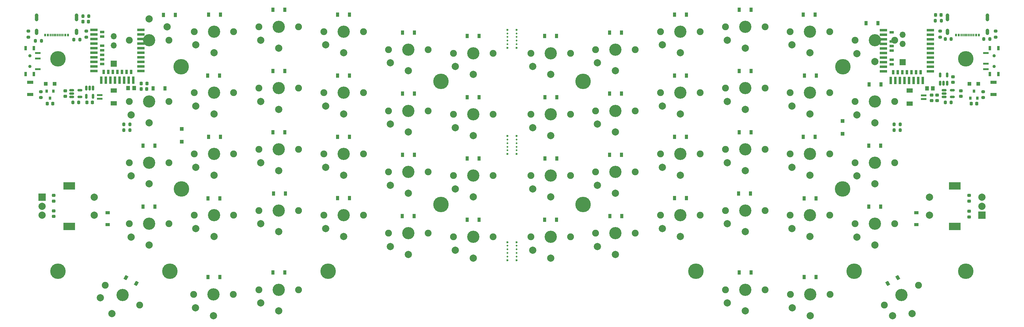
<source format=gbr>
%TF.GenerationSoftware,KiCad,Pcbnew,(5.99.0-8557-g8988e46ab1)*%
%TF.CreationDate,2021-03-06T14:17:40-07:00*%
%TF.ProjectId,SP56,53503536-2e6b-4696-9361-645f70636258,rev?*%
%TF.SameCoordinates,Original*%
%TF.FileFunction,Soldermask,Bot*%
%TF.FilePolarity,Negative*%
%FSLAX46Y46*%
G04 Gerber Fmt 4.6, Leading zero omitted, Abs format (unit mm)*
G04 Created by KiCad (PCBNEW (5.99.0-8557-g8988e46ab1)) date 2021-03-06 14:17:40*
%MOMM*%
%LPD*%
G01*
G04 APERTURE LIST*
G04 Aperture macros list*
%AMRoundRect*
0 Rectangle with rounded corners*
0 $1 Rounding radius*
0 $2 $3 $4 $5 $6 $7 $8 $9 X,Y pos of 4 corners*
0 Add a 4 corners polygon primitive as box body*
4,1,4,$2,$3,$4,$5,$6,$7,$8,$9,$2,$3,0*
0 Add four circle primitives for the rounded corners*
1,1,$1+$1,$2,$3*
1,1,$1+$1,$4,$5*
1,1,$1+$1,$6,$7*
1,1,$1+$1,$8,$9*
0 Add four rect primitives between the rounded corners*
20,1,$1+$1,$2,$3,$4,$5,0*
20,1,$1+$1,$4,$5,$6,$7,0*
20,1,$1+$1,$6,$7,$8,$9,0*
20,1,$1+$1,$8,$9,$2,$3,0*%
%AMRotRect*
0 Rectangle, with rotation*
0 The origin of the aperture is its center*
0 $1 length*
0 $2 width*
0 $3 Rotation angle, in degrees counterclockwise*
0 Add horizontal line*
21,1,$1,$2,0,0,$3*%
G04 Aperture macros list end*
%ADD10C,4.300000*%
%ADD11C,1.900000*%
%ADD12C,3.400000*%
%ADD13C,2.000000*%
%ADD14R,1.700000X1.700000*%
%ADD15O,1.700000X1.700000*%
%ADD16R,1.000000X1.000000*%
%ADD17C,0.500000*%
%ADD18C,0.600000*%
%ADD19R,2.000000X2.000000*%
%ADD20R,3.200000X2.000000*%
%ADD21RoundRect,0.225000X0.225000X0.250000X-0.225000X0.250000X-0.225000X-0.250000X0.225000X-0.250000X0*%
%ADD22R,0.900000X1.200000*%
%ADD23R,1.200000X0.900000*%
%ADD24R,0.800000X0.900000*%
%ADD25RoundRect,0.200000X0.200000X0.275000X-0.200000X0.275000X-0.200000X-0.275000X0.200000X-0.275000X0*%
%ADD26RoundRect,0.150000X-0.512500X-0.150000X0.512500X-0.150000X0.512500X0.150000X-0.512500X0.150000X0*%
%ADD27RoundRect,0.200000X-0.275000X0.200000X-0.275000X-0.200000X0.275000X-0.200000X0.275000X0.200000X0*%
%ADD28RoundRect,0.200000X-0.200000X-0.275000X0.200000X-0.275000X0.200000X0.275000X-0.200000X0.275000X0*%
%ADD29RoundRect,0.225000X-0.250000X0.225000X-0.250000X-0.225000X0.250000X-0.225000X0.250000X0.225000X0*%
%ADD30RotRect,0.900000X1.200000X30.000000*%
%ADD31RoundRect,0.200000X0.275000X-0.200000X0.275000X0.200000X-0.275000X0.200000X-0.275000X-0.200000X0*%
%ADD32RoundRect,0.225000X0.250000X-0.225000X0.250000X0.225000X-0.250000X0.225000X-0.250000X-0.225000X0*%
%ADD33RoundRect,0.225000X-0.225000X-0.250000X0.225000X-0.250000X0.225000X0.250000X-0.225000X0.250000X0*%
%ADD34R,1.050000X1.200000*%
%ADD35R,1.550000X0.600000*%
%ADD36R,1.800000X1.200000*%
%ADD37R,2.000000X0.800000*%
%ADD38R,2.000000X0.700000*%
%ADD39R,0.800000X2.000000*%
%ADD40R,0.800000X1.200000*%
%ADD41R,1.200000X0.800000*%
%ADD42C,0.900000*%
%ADD43R,1.524000X0.600000*%
%ADD44R,0.700000X1.200000*%
%ADD45RoundRect,0.150000X0.150000X-0.512500X0.150000X0.512500X-0.150000X0.512500X-0.150000X-0.512500X0*%
%ADD46R,1.700000X0.900000*%
%ADD47RoundRect,0.150000X-0.150000X0.512500X-0.150000X-0.512500X0.150000X-0.512500X0.150000X0.512500X0*%
%ADD48RotRect,0.900000X1.200000X330.000000*%
%ADD49R,0.540000X0.800000*%
%ADD50R,0.300000X0.800000*%
%ADD51C,1.000000*%
%ADD52R,1.200000X0.700000*%
G04 APERTURE END LIST*
D10*
%TO.C,H14*%
X98400000Y-77600000D03*
%TD*%
D11*
%TO.C,SW126*%
X121038140Y-86950000D03*
X111511860Y-81450000D03*
D12*
X116275000Y-84200000D03*
D13*
X110094873Y-84904294D03*
X113325000Y-89309550D03*
%TD*%
D14*
%TO.C,SWD/C1*%
X332875000Y-19500000D03*
D15*
X332875000Y-14420000D03*
X332875000Y-11880000D03*
%TD*%
D11*
%TO.C,SW113*%
X129175000Y-47400000D03*
D12*
X123675000Y-47400000D03*
D11*
X118175000Y-47400000D03*
D13*
X118675000Y-51100000D03*
X123675000Y-53300000D03*
%TD*%
D12*
%TO.C,SW2*%
X307175000Y-11000000D03*
D11*
X312675000Y-11000000D03*
X301675000Y-11000000D03*
D13*
X302175000Y-14700000D03*
X307175000Y-16900000D03*
%TD*%
D11*
%TO.C,SW21*%
X283675000Y-60700000D03*
X294675000Y-60700000D03*
D12*
X289175000Y-60700000D03*
D13*
X284175000Y-64400000D03*
X289175000Y-66600000D03*
%TD*%
D11*
%TO.C,SW9*%
X283675000Y-26700000D03*
D12*
X289175000Y-26700000D03*
D11*
X294675000Y-26700000D03*
D13*
X284175000Y-30400000D03*
X289175000Y-32600000D03*
%TD*%
D11*
%TO.C,SW1*%
X319675000Y-13400000D03*
D12*
X325175000Y-13400000D03*
D11*
X330675000Y-13400000D03*
D13*
X320175000Y-17100000D03*
X325175000Y-19300000D03*
%TD*%
D16*
%TO.C,J3*%
X316250000Y-35800000D03*
%TD*%
D12*
%TO.C,SW11*%
X253175000Y-33000000D03*
D11*
X258675000Y-33000000D03*
X247675000Y-33000000D03*
D13*
X248175000Y-36700000D03*
X253175000Y-38900000D03*
%TD*%
D12*
%TO.C,SW119*%
X123675000Y-64400000D03*
D11*
X129175000Y-64400000D03*
X118175000Y-64400000D03*
D13*
X118675000Y-68100000D03*
X123675000Y-70300000D03*
%TD*%
D16*
%TO.C,J2*%
X316250000Y-39400000D03*
%TD*%
D11*
%TO.C,SW106*%
X219175000Y-17000000D03*
D12*
X213675000Y-17000000D03*
D11*
X208175000Y-17000000D03*
D13*
X208675000Y-20700000D03*
X213675000Y-22900000D03*
%TD*%
D11*
%TO.C,SW28*%
X294675000Y-82700000D03*
X283675000Y-82700000D03*
D12*
X289175000Y-82700000D03*
D13*
X284175000Y-86400000D03*
X289175000Y-88600000D03*
%TD*%
D12*
%TO.C,SW127*%
X141575000Y-84000000D03*
D11*
X136075000Y-84000000D03*
X147075000Y-84000000D03*
D13*
X136575000Y-87700000D03*
X141575000Y-89900000D03*
%TD*%
D11*
%TO.C,SW26*%
X337338140Y-81450000D03*
X327811860Y-86950000D03*
D12*
X332575000Y-84200000D03*
D13*
X330094873Y-89904294D03*
X335525000Y-89309550D03*
%TD*%
D12*
%TO.C,SW123*%
X195675000Y-67000000D03*
D11*
X201175000Y-67000000D03*
X190175000Y-67000000D03*
D13*
X190675000Y-70700000D03*
X195675000Y-72900000D03*
%TD*%
D12*
%TO.C,SW115*%
X159675000Y-43700000D03*
D11*
X165175000Y-43700000D03*
X154175000Y-43700000D03*
D13*
X154675000Y-47400000D03*
X159675000Y-49600000D03*
%TD*%
D11*
%TO.C,SW18*%
X229675000Y-51000000D03*
X240675000Y-51000000D03*
D12*
X235175000Y-51000000D03*
D13*
X230175000Y-54700000D03*
X235175000Y-56900000D03*
%TD*%
D11*
%TO.C,SW27*%
X301775000Y-84000000D03*
D12*
X307275000Y-84000000D03*
D11*
X312775000Y-84000000D03*
D13*
X302275000Y-87700000D03*
X307275000Y-89900000D03*
%TD*%
D11*
%TO.C,SW19*%
X330675000Y-64400000D03*
X319675000Y-64400000D03*
D12*
X325175000Y-64400000D03*
D13*
X320175000Y-68100000D03*
X325175000Y-70300000D03*
%TD*%
D11*
%TO.C,SW17*%
X258675000Y-50000000D03*
D12*
X253175000Y-50000000D03*
D11*
X247675000Y-50000000D03*
D13*
X248175000Y-53700000D03*
X253175000Y-55900000D03*
%TD*%
D10*
%TO.C,H10*%
X132575000Y-20725000D03*
%TD*%
D17*
%TO.C,REF\u002A\u002A*%
X225675000Y-70500000D03*
X223175000Y-70500000D03*
X225675000Y-72500000D03*
X225675000Y-71500000D03*
X223175000Y-73500000D03*
X225675000Y-73500000D03*
D18*
X223175000Y-74500000D03*
X225675000Y-69500000D03*
D17*
X223175000Y-71500000D03*
X223175000Y-72500000D03*
D18*
X223175000Y-69500000D03*
X225675000Y-74500000D03*
%TD*%
D11*
%TO.C,SW7*%
X330675000Y-30400000D03*
X319675000Y-30400000D03*
D12*
X325175000Y-30400000D03*
D13*
X320175000Y-34100000D03*
X325175000Y-36300000D03*
%TD*%
D11*
%TO.C,SW103*%
X165175000Y-9700000D03*
D12*
X159675000Y-9700000D03*
D11*
X154175000Y-9700000D03*
D13*
X154675000Y-13400000D03*
X159675000Y-15600000D03*
%TD*%
D10*
%TO.C,H8*%
X275450000Y-77600000D03*
%TD*%
%TO.C,H13*%
X132675000Y-54725000D03*
%TD*%
D11*
%TO.C,SW15*%
X283675000Y-43700000D03*
D12*
X289175000Y-43700000D03*
D11*
X294675000Y-43700000D03*
D13*
X284175000Y-47400000D03*
X289175000Y-49600000D03*
%TD*%
D10*
%TO.C,H11*%
X204675000Y-24825000D03*
%TD*%
D12*
%TO.C,SW104*%
X177675000Y-11000000D03*
D11*
X183175000Y-11000000D03*
X172175000Y-11000000D03*
D13*
X172675000Y-14700000D03*
X177675000Y-16900000D03*
%TD*%
D16*
%TO.C,J104*%
X132700000Y-41600000D03*
%TD*%
D11*
%TO.C,SW20*%
X312675000Y-62000000D03*
X301675000Y-62000000D03*
D12*
X307175000Y-62000000D03*
D13*
X302175000Y-65700000D03*
X307175000Y-67900000D03*
%TD*%
D11*
%TO.C,SW22*%
X265675000Y-62000000D03*
D12*
X271175000Y-62000000D03*
D11*
X276675000Y-62000000D03*
D13*
X266175000Y-65700000D03*
X271175000Y-67900000D03*
%TD*%
D11*
%TO.C,SW16*%
X276675000Y-45000000D03*
D12*
X271175000Y-45000000D03*
D11*
X265675000Y-45000000D03*
D13*
X266175000Y-48700000D03*
X271175000Y-50900000D03*
%TD*%
D11*
%TO.C,SW118*%
X219175000Y-51000000D03*
X208175000Y-51000000D03*
D12*
X213675000Y-51000000D03*
D13*
X208675000Y-54700000D03*
X213675000Y-56900000D03*
%TD*%
D11*
%TO.C,SW10*%
X276675000Y-28000000D03*
D12*
X271175000Y-28000000D03*
D11*
X265675000Y-28000000D03*
D13*
X266175000Y-31700000D03*
X271175000Y-33900000D03*
%TD*%
D12*
%TO.C,SW101*%
X123675000Y-13400000D03*
D11*
X118175000Y-13400000D03*
X129175000Y-13400000D03*
D13*
X128675000Y-9700000D03*
X123675000Y-7500000D03*
%TD*%
D11*
%TO.C,SW23*%
X247675000Y-67000000D03*
X258675000Y-67000000D03*
D12*
X253175000Y-67000000D03*
D13*
X248175000Y-70700000D03*
X253175000Y-72900000D03*
%TD*%
D11*
%TO.C,SW5*%
X258675000Y-16000000D03*
X247675000Y-16000000D03*
D12*
X253175000Y-16000000D03*
D13*
X248175000Y-19700000D03*
X253175000Y-21900000D03*
%TD*%
D17*
%TO.C,REF\u002A\u002A*%
X223175000Y-43000000D03*
D18*
X223175000Y-45000000D03*
X225675000Y-40000000D03*
D17*
X223175000Y-44000000D03*
D18*
X225675000Y-45000000D03*
D17*
X225675000Y-43000000D03*
X225675000Y-44000000D03*
X223175000Y-42000000D03*
X223175000Y-41000000D03*
X225675000Y-41000000D03*
X225675000Y-42000000D03*
D18*
X223175000Y-40000000D03*
%TD*%
D11*
%TO.C,SW110*%
X183175000Y-28000000D03*
X172175000Y-28000000D03*
D12*
X177675000Y-28000000D03*
D13*
X172675000Y-31700000D03*
X177675000Y-33900000D03*
%TD*%
D12*
%TO.C,SW8*%
X307175000Y-28000000D03*
D11*
X312675000Y-28000000D03*
X301675000Y-28000000D03*
D13*
X302175000Y-31700000D03*
X307175000Y-33900000D03*
%TD*%
D11*
%TO.C,SW114*%
X147175000Y-45000000D03*
D12*
X141675000Y-45000000D03*
D11*
X136175000Y-45000000D03*
D13*
X136675000Y-48700000D03*
X141675000Y-50900000D03*
%TD*%
D12*
%TO.C,SW4*%
X271175000Y-11000000D03*
D11*
X276675000Y-11000000D03*
X265675000Y-11000000D03*
D13*
X266175000Y-14700000D03*
X271175000Y-16900000D03*
%TD*%
D10*
%TO.C,H12*%
X204675000Y-59025000D03*
%TD*%
D12*
%TO.C,SW13*%
X325175000Y-47400000D03*
D11*
X319675000Y-47400000D03*
X330675000Y-47400000D03*
D13*
X320175000Y-51100000D03*
X325175000Y-53300000D03*
%TD*%
D10*
%TO.C,H15*%
X129400000Y-77600000D03*
%TD*%
D11*
%TO.C,SW124*%
X219175000Y-68000000D03*
D12*
X213675000Y-68000000D03*
D11*
X208175000Y-68000000D03*
D13*
X208675000Y-71700000D03*
X213675000Y-73900000D03*
%TD*%
D19*
%TO.C,SW125*%
X93975000Y-57000000D03*
D13*
X93975000Y-62000000D03*
X93975000Y-59500000D03*
D20*
X101475000Y-53900000D03*
X101475000Y-65100000D03*
D13*
X108475000Y-62000000D03*
X108475000Y-57000000D03*
%TD*%
D11*
%TO.C,SW108*%
X147175000Y-28000000D03*
X136175000Y-28000000D03*
D12*
X141675000Y-28000000D03*
D13*
X136675000Y-31700000D03*
X141675000Y-33900000D03*
%TD*%
D10*
%TO.C,H7*%
X319450000Y-77600000D03*
%TD*%
D11*
%TO.C,SW128*%
X165175000Y-82700000D03*
D12*
X159675000Y-82700000D03*
D11*
X154175000Y-82700000D03*
D13*
X154675000Y-86400000D03*
X159675000Y-88600000D03*
%TD*%
D11*
%TO.C,SW111*%
X190175000Y-33000000D03*
D12*
X195675000Y-33000000D03*
D11*
X201175000Y-33000000D03*
D13*
X190675000Y-36700000D03*
X195675000Y-38900000D03*
%TD*%
D12*
%TO.C,SW122*%
X177675000Y-62000000D03*
D11*
X183175000Y-62000000D03*
X172175000Y-62000000D03*
D13*
X172675000Y-65700000D03*
X177675000Y-67900000D03*
%TD*%
D12*
%TO.C,SW112*%
X213675000Y-34000000D03*
D11*
X219175000Y-34000000D03*
X208175000Y-34000000D03*
D13*
X208675000Y-37700000D03*
X213675000Y-39900000D03*
%TD*%
D10*
%TO.C,H16*%
X173400000Y-77600000D03*
%TD*%
D12*
%TO.C,SW24*%
X235175000Y-68000000D03*
D11*
X240675000Y-68000000D03*
X229675000Y-68000000D03*
D13*
X230175000Y-71700000D03*
X235175000Y-73900000D03*
%TD*%
D12*
%TO.C,SW12*%
X235175000Y-34000000D03*
D11*
X229675000Y-34000000D03*
X240675000Y-34000000D03*
D13*
X230175000Y-37700000D03*
X235175000Y-39900000D03*
%TD*%
D18*
%TO.C,REF\u002A\u002A*%
X223175000Y-10500000D03*
D17*
X225675000Y-11500000D03*
D18*
X225675000Y-15500000D03*
D17*
X223175000Y-13500000D03*
X223175000Y-12500000D03*
X225675000Y-12500000D03*
X225675000Y-13500000D03*
X223175000Y-14500000D03*
D18*
X223175000Y-15500000D03*
D17*
X223175000Y-11500000D03*
X225675000Y-14500000D03*
D18*
X225675000Y-10500000D03*
%TD*%
D11*
%TO.C,SW120*%
X147175000Y-62000000D03*
D12*
X141675000Y-62000000D03*
D11*
X136175000Y-62000000D03*
D13*
X136675000Y-65700000D03*
X141675000Y-67900000D03*
%TD*%
D11*
%TO.C,SW109*%
X165175000Y-26700000D03*
X154175000Y-26700000D03*
D12*
X159675000Y-26700000D03*
D13*
X154675000Y-30400000D03*
X159675000Y-32600000D03*
%TD*%
D12*
%TO.C,SW105*%
X195675000Y-16000000D03*
D11*
X190175000Y-16000000D03*
X201175000Y-16000000D03*
D13*
X190675000Y-19700000D03*
X195675000Y-21900000D03*
%TD*%
D11*
%TO.C,SW107*%
X129175000Y-30400000D03*
X118175000Y-30400000D03*
D12*
X123675000Y-30400000D03*
D13*
X118675000Y-34100000D03*
X123675000Y-36300000D03*
%TD*%
D11*
%TO.C,SW3*%
X283675000Y-9700000D03*
D12*
X289175000Y-9700000D03*
D11*
X294675000Y-9700000D03*
D13*
X284175000Y-13400000D03*
X289175000Y-15600000D03*
%TD*%
D11*
%TO.C,SW6*%
X229675000Y-17000000D03*
D12*
X235175000Y-17000000D03*
D11*
X240675000Y-17000000D03*
D13*
X230175000Y-20700000D03*
X235175000Y-22900000D03*
%TD*%
D11*
%TO.C,SW14*%
X301675000Y-45000000D03*
D12*
X307175000Y-45000000D03*
D11*
X312675000Y-45000000D03*
D13*
X302175000Y-48700000D03*
X307175000Y-50900000D03*
%TD*%
D16*
%TO.C,J103*%
X132700000Y-38000000D03*
%TD*%
D11*
%TO.C,SW117*%
X201175000Y-50000000D03*
D12*
X195675000Y-50000000D03*
D11*
X190175000Y-50000000D03*
D13*
X190675000Y-53700000D03*
X195675000Y-55900000D03*
%TD*%
D11*
%TO.C,SW102*%
X136175000Y-11000000D03*
D12*
X141675000Y-11000000D03*
D11*
X147175000Y-11000000D03*
D13*
X136675000Y-14700000D03*
X141675000Y-16900000D03*
%TD*%
D10*
%TO.C,H9*%
X98400000Y-18600000D03*
%TD*%
D11*
%TO.C,SW116*%
X172175000Y-45000000D03*
X183175000Y-45000000D03*
D12*
X177675000Y-45000000D03*
D13*
X172675000Y-48700000D03*
X177675000Y-50900000D03*
%TD*%
D11*
%TO.C,SW121*%
X154175000Y-60700000D03*
D12*
X159675000Y-60700000D03*
D11*
X165175000Y-60700000D03*
D13*
X154675000Y-64400000D03*
X159675000Y-66600000D03*
%TD*%
D19*
%TO.C,SW25*%
X354875000Y-62000000D03*
D13*
X354875000Y-57000000D03*
X354875000Y-59500000D03*
D20*
X347375000Y-65100000D03*
X347375000Y-53900000D03*
D13*
X340375000Y-57000000D03*
X340375000Y-62000000D03*
%TD*%
D21*
%TO.C,C8*%
X343575000Y-6400000D03*
X342025000Y-6400000D03*
%TD*%
D22*
%TO.C,D103*%
X158025000Y-4950000D03*
X161325000Y-4950000D03*
%TD*%
D23*
%TO.C,D125*%
X112175000Y-64649999D03*
X112175000Y-61349999D03*
%TD*%
D24*
%TO.C,Q1*%
X353625000Y-29500000D03*
X351725000Y-29500000D03*
X352675000Y-27500000D03*
%TD*%
D25*
%TO.C,R105*%
X118325000Y-38400000D03*
X116675000Y-38400000D03*
%TD*%
D26*
%TO.C,U101*%
X102162500Y-29150000D03*
X102162500Y-28200000D03*
X102162500Y-27250000D03*
X104437500Y-27250000D03*
X104437500Y-29150000D03*
%TD*%
D16*
%TO.C,D33*%
X351400000Y-25500000D03*
X353900000Y-25500000D03*
%TD*%
D27*
%TO.C,R101*%
X90175000Y-10875000D03*
X90175000Y-12525000D03*
%TD*%
D22*
%TO.C,D101*%
X127635955Y-6362500D03*
X130935955Y-6362500D03*
%TD*%
%TO.C,D120*%
X140025000Y-57300000D03*
X143325000Y-57300000D03*
%TD*%
D28*
%TO.C,R10*%
X105300000Y-6700000D03*
X106950000Y-6700000D03*
%TD*%
D22*
%TO.C,D109*%
X158025000Y-21950000D03*
X161325000Y-21950000D03*
%TD*%
D29*
%TO.C,C101*%
X100400000Y-27425000D03*
X100400000Y-28975000D03*
%TD*%
D30*
%TO.C,D26*%
X328718301Y-80975000D03*
X331576185Y-79325000D03*
%TD*%
D22*
%TO.C,D112*%
X211975000Y-29250000D03*
X215275000Y-29250000D03*
%TD*%
%TO.C,D127*%
X140025000Y-79200000D03*
X143325000Y-79200000D03*
%TD*%
D27*
%TO.C,R103*%
X93600000Y-27675000D03*
X93600000Y-29325000D03*
%TD*%
D22*
%TO.C,D116*%
X175975000Y-40250000D03*
X179275000Y-40250000D03*
%TD*%
%TO.C,D118*%
X211975000Y-46250000D03*
X215275000Y-46250000D03*
%TD*%
D31*
%TO.C,R9*%
X355250000Y-29325000D03*
X355250000Y-27675000D03*
%TD*%
D22*
%TO.C,D14*%
X305325000Y-40200000D03*
X308625000Y-40200000D03*
%TD*%
D10*
%TO.C,H1*%
X316175000Y-54725000D03*
%TD*%
D22*
%TO.C,D111*%
X194025000Y-28250000D03*
X197325000Y-28250000D03*
%TD*%
%TO.C,D105*%
X194025000Y-11250000D03*
X197325000Y-11250000D03*
%TD*%
%TO.C,D110*%
X175975000Y-23250000D03*
X179275000Y-23250000D03*
%TD*%
%TO.C,D117*%
X194025000Y-45250000D03*
X197325000Y-45250000D03*
%TD*%
D32*
%TO.C,C3*%
X349075000Y-28975000D03*
X349075000Y-27425000D03*
%TD*%
D22*
%TO.C,D121*%
X158225000Y-56000000D03*
X161525000Y-56000000D03*
%TD*%
%TO.C,D11*%
X251525000Y-28250000D03*
X254825000Y-28250000D03*
%TD*%
D33*
%TO.C,C4*%
X351937500Y-31000000D03*
X353487500Y-31000000D03*
%TD*%
D10*
%TO.C,H3*%
X244175000Y-59025000D03*
%TD*%
D25*
%TO.C,R2*%
X346375000Y-30700000D03*
X344725000Y-30700000D03*
%TD*%
D22*
%TO.C,D19*%
X323525000Y-59650000D03*
X326825000Y-59650000D03*
%TD*%
D34*
%TO.C,Y101*%
X117860955Y-26700000D03*
X119510955Y-26700000D03*
%TD*%
D25*
%TO.C,R3*%
X343625000Y-8000000D03*
X341975000Y-8000000D03*
%TD*%
D22*
%TO.C,D27*%
X305525000Y-79200000D03*
X308825000Y-79200000D03*
%TD*%
D25*
%TO.C,R102*%
X104125000Y-30700000D03*
X102475000Y-30700000D03*
%TD*%
D27*
%TO.C,R6*%
X358675000Y-10875000D03*
X358675000Y-12525000D03*
%TD*%
D22*
%TO.C,D16*%
X269575000Y-40250000D03*
X272875000Y-40250000D03*
%TD*%
%TO.C,D6*%
X233525000Y-12250000D03*
X236825000Y-12250000D03*
%TD*%
D34*
%TO.C,Y1*%
X339625000Y-26800000D03*
X341275000Y-26800000D03*
%TD*%
D22*
%TO.C,D122*%
X175975000Y-57250000D03*
X179275000Y-57250000D03*
%TD*%
%TO.C,D21*%
X287325000Y-56000000D03*
X290625000Y-56000000D03*
%TD*%
%TO.C,D22*%
X269575000Y-57250000D03*
X272875000Y-57250000D03*
%TD*%
D33*
%TO.C,C105*%
X106425000Y-30700000D03*
X107975000Y-30700000D03*
%TD*%
D22*
%TO.C,D17*%
X251525000Y-45250000D03*
X254825000Y-45250000D03*
%TD*%
D32*
%TO.C,C2*%
X342475000Y-30175000D03*
X342475000Y-28625000D03*
%TD*%
D35*
%TO.C,J106*%
X110000000Y-28650000D03*
X110000000Y-29650000D03*
D36*
X113875000Y-27350000D03*
X113875000Y-30950000D03*
%TD*%
D22*
%TO.C,D2*%
X305325000Y-6300000D03*
X308625000Y-6300000D03*
%TD*%
%TO.C,D7*%
X323575000Y-25650000D03*
X326875000Y-25650000D03*
%TD*%
D28*
%TO.C,R108*%
X102775000Y-13250000D03*
X104425000Y-13250000D03*
%TD*%
D22*
%TO.C,D113*%
X122025000Y-42650000D03*
X125325000Y-42650000D03*
%TD*%
D37*
%TO.C,U2*%
X340575000Y-10585000D03*
X340575000Y-11855000D03*
X340575000Y-13125000D03*
D38*
X340575000Y-14395000D03*
X340575000Y-15665000D03*
X340575000Y-16935000D03*
D37*
X340575000Y-18205000D03*
X340575000Y-19475000D03*
X340575000Y-20745000D03*
X340575000Y-22015000D03*
D39*
X338520000Y-24615000D03*
D40*
X337885000Y-22315000D03*
D39*
X337250000Y-24615000D03*
D40*
X336615000Y-22315000D03*
D39*
X335980000Y-24615000D03*
D40*
X335345000Y-22315000D03*
D39*
X334710000Y-24615000D03*
D40*
X334075000Y-22315000D03*
D39*
X333440000Y-24615000D03*
D40*
X332805000Y-22315000D03*
D39*
X332170000Y-24615000D03*
D40*
X331535000Y-22315000D03*
D39*
X330900000Y-24615000D03*
D40*
X330265000Y-22315000D03*
D39*
X329630000Y-24615000D03*
D37*
X327575000Y-22015000D03*
X327575000Y-20745000D03*
D41*
X329875000Y-20110000D03*
D37*
X327575000Y-19475000D03*
D41*
X329875000Y-18840000D03*
D37*
X327575000Y-18205000D03*
X327575000Y-16935000D03*
D41*
X329875000Y-16300000D03*
D37*
X327575000Y-15665000D03*
D41*
X329875000Y-15030000D03*
D37*
X327575000Y-14395000D03*
D41*
X329875000Y-13760000D03*
D37*
X327575000Y-13125000D03*
X327575000Y-11855000D03*
D41*
X329875000Y-11220000D03*
D37*
X327575000Y-10585000D03*
%TD*%
D21*
%TO.C,C103*%
X123035955Y-26962500D03*
X121485955Y-26962500D03*
%TD*%
D27*
%TO.C,R106*%
X106200000Y-10875000D03*
X106200000Y-12525000D03*
%TD*%
D28*
%TO.C,R4*%
X330525000Y-36800000D03*
X332175000Y-36800000D03*
%TD*%
D22*
%TO.C,D10*%
X269575000Y-23250000D03*
X272875000Y-23250000D03*
%TD*%
%TO.C,D123*%
X193975000Y-62250000D03*
X197275000Y-62250000D03*
%TD*%
%TO.C,D12*%
X233575000Y-29250000D03*
X236875000Y-29250000D03*
%TD*%
D35*
%TO.C,J9*%
X338750000Y-29700000D03*
X338750000Y-28700000D03*
D36*
X334875000Y-31000000D03*
X334875000Y-27400000D03*
%TD*%
D42*
%TO.C,BATT101*%
X90550000Y-17700000D03*
X90550000Y-20700000D03*
D43*
X92800000Y-21450000D03*
X92800000Y-18450000D03*
X92800000Y-16950000D03*
D44*
X89400000Y-22800000D03*
X89400000Y-15600000D03*
X91700000Y-15600000D03*
X91700000Y-22800000D03*
%TD*%
D32*
%TO.C,C107*%
X97175000Y-58075000D03*
X97175000Y-56525000D03*
%TD*%
D14*
%TO.C,SWD/C101*%
X113900000Y-19900000D03*
D15*
X113900000Y-14820000D03*
X113900000Y-12280000D03*
%TD*%
D22*
%TO.C,D114*%
X140225000Y-40200000D03*
X143525000Y-40200000D03*
%TD*%
%TO.C,D28*%
X287525000Y-77900000D03*
X290825000Y-77900000D03*
%TD*%
%TO.C,D20*%
X305525000Y-57300000D03*
X308825000Y-57300000D03*
%TD*%
D45*
%TO.C,U3*%
X345225000Y-25300000D03*
X344275000Y-25300000D03*
X343325000Y-25300000D03*
X343325000Y-23025000D03*
X345225000Y-23025000D03*
%TD*%
D28*
%TO.C,R8*%
X355450000Y-13100000D03*
X357100000Y-13100000D03*
%TD*%
D22*
%TO.C,D4*%
X269525000Y-6250000D03*
X272825000Y-6250000D03*
%TD*%
D25*
%TO.C,R107*%
X93762500Y-13600000D03*
X92112500Y-13600000D03*
%TD*%
D22*
%TO.C,D115*%
X158025000Y-38950000D03*
X161325000Y-38950000D03*
%TD*%
D29*
%TO.C,C5*%
X346875000Y-23525000D03*
X346875000Y-25075000D03*
%TD*%
D46*
%TO.C,RESET101*%
X90700000Y-28500000D03*
X90700000Y-25100000D03*
%TD*%
D22*
%TO.C,D18*%
X233575000Y-46250000D03*
X236875000Y-46250000D03*
%TD*%
D32*
%TO.C,C106*%
X97175000Y-62375000D03*
X97175000Y-60825000D03*
%TD*%
D22*
%TO.C,D124*%
X212025000Y-63250000D03*
X215325000Y-63250000D03*
%TD*%
D10*
%TO.C,H6*%
X244175000Y-24825000D03*
%TD*%
D22*
%TO.C,D1*%
X322725000Y-8650000D03*
X326025000Y-8650000D03*
%TD*%
%TO.C,D128*%
X158025000Y-77900000D03*
X161325000Y-77900000D03*
%TD*%
D16*
%TO.C,D133*%
X97450000Y-25500000D03*
X94950000Y-25500000D03*
%TD*%
D27*
%TO.C,R1*%
X343275000Y-10875000D03*
X343275000Y-12525000D03*
%TD*%
D22*
%TO.C,D9*%
X287525000Y-21950000D03*
X290825000Y-21950000D03*
%TD*%
D47*
%TO.C,U103*%
X106200000Y-26662500D03*
X107150000Y-26662500D03*
X108100000Y-26662500D03*
X108100000Y-28937500D03*
X106200000Y-28937500D03*
%TD*%
D28*
%TO.C,R104*%
X116675000Y-36800000D03*
X118325000Y-36800000D03*
%TD*%
D25*
%TO.C,R7*%
X346387500Y-13100000D03*
X344737500Y-13100000D03*
%TD*%
D10*
%TO.C,H5*%
X316275000Y-20725000D03*
%TD*%
D22*
%TO.C,D8*%
X305625000Y-23200000D03*
X308925000Y-23200000D03*
%TD*%
D23*
%TO.C,D25*%
X336675000Y-64649999D03*
X336675000Y-61349999D03*
%TD*%
D22*
%TO.C,D108*%
X139925000Y-23200000D03*
X143225000Y-23200000D03*
%TD*%
%TO.C,D106*%
X212025000Y-12250000D03*
X215325000Y-12250000D03*
%TD*%
D46*
%TO.C,RESET1*%
X358150000Y-25100000D03*
X358150000Y-28500000D03*
%TD*%
D29*
%TO.C,C7*%
X351375000Y-60925000D03*
X351375000Y-62475000D03*
%TD*%
D21*
%TO.C,C102*%
X96912500Y-31000000D03*
X95362500Y-31000000D03*
%TD*%
D22*
%TO.C,D15*%
X287525000Y-38950000D03*
X290825000Y-38950000D03*
%TD*%
%TO.C,D3*%
X287525000Y-4950000D03*
X290825000Y-4950000D03*
%TD*%
%TO.C,D5*%
X251525000Y-11250000D03*
X254825000Y-11250000D03*
%TD*%
D10*
%TO.C,H2*%
X350450000Y-77600000D03*
%TD*%
D33*
%TO.C,C9*%
X105325000Y-8200000D03*
X106875000Y-8200000D03*
%TD*%
D22*
%TO.C,D23*%
X251575000Y-62250000D03*
X254875000Y-62250000D03*
%TD*%
D48*
%TO.C,D126*%
X117273815Y-79325000D03*
X120131699Y-80975000D03*
%TD*%
D26*
%TO.C,U1*%
X344412500Y-29150000D03*
X344412500Y-28200000D03*
X344412500Y-27250000D03*
X346687500Y-27250000D03*
X346687500Y-29150000D03*
%TD*%
D22*
%TO.C,D102*%
X140225000Y-6300000D03*
X143525000Y-6300000D03*
%TD*%
D21*
%TO.C,C104*%
X123060955Y-25400000D03*
X121510955Y-25400000D03*
%TD*%
D49*
%TO.C,J101*%
X101175000Y-11975000D03*
X94775000Y-11975000D03*
X95575000Y-11975000D03*
X100375000Y-11975000D03*
D50*
X96725000Y-11975000D03*
X97725000Y-11975000D03*
X98225000Y-11975000D03*
X99225000Y-11975000D03*
X99725000Y-11975000D03*
X98725000Y-11975000D03*
X97225000Y-11975000D03*
X96217000Y-11975000D03*
D51*
X92399700Y-7680100D03*
X103550300Y-7667400D03*
X92399400Y-10694000D03*
X103550300Y-11210700D03*
X103550000Y-11456000D03*
X92400000Y-6460900D03*
X103550300Y-7032400D03*
X92399400Y-10956700D03*
X103550000Y-10694000D03*
X92399700Y-6740300D03*
X92399700Y-11210700D03*
X103550600Y-6448200D03*
X92399400Y-11456000D03*
X103550300Y-6727600D03*
X103550000Y-10956700D03*
X103550300Y-7375300D03*
X92399700Y-7045100D03*
X92399700Y-7388000D03*
%TD*%
D10*
%TO.C,H4*%
X350450000Y-18600000D03*
%TD*%
D24*
%TO.C,Q102*%
X95225000Y-27500000D03*
X97125000Y-27500000D03*
X96175000Y-29500000D03*
%TD*%
D22*
%TO.C,D119*%
X122025000Y-59650000D03*
X125325000Y-59650000D03*
%TD*%
D29*
%TO.C,C6*%
X351375000Y-56525000D03*
X351375000Y-58075000D03*
%TD*%
D42*
%TO.C,BATT1*%
X358300000Y-20700000D03*
X358300000Y-17700000D03*
D43*
X356050000Y-16950000D03*
X356050000Y-19950000D03*
X356050000Y-21450000D03*
D44*
X359450000Y-15600000D03*
X359450000Y-22800000D03*
X357150000Y-22800000D03*
X357150000Y-15600000D03*
%TD*%
D22*
%TO.C,D107*%
X124750000Y-26800000D03*
X128050000Y-26800000D03*
%TD*%
D25*
%TO.C,R5*%
X332175000Y-38400000D03*
X330525000Y-38400000D03*
%TD*%
D32*
%TO.C,C1*%
X340975000Y-30175000D03*
X340975000Y-28625000D03*
%TD*%
D37*
%TO.C,U102*%
X121375000Y-10485000D03*
X121375000Y-11755000D03*
X121375000Y-13025000D03*
X121375000Y-14295000D03*
X121375000Y-15565000D03*
X121375000Y-16835000D03*
X121375000Y-18105000D03*
X121375000Y-19375000D03*
X121375000Y-20645000D03*
X121375000Y-21915000D03*
D39*
X119320000Y-24515000D03*
D40*
X118685000Y-22215000D03*
D39*
X118050000Y-24515000D03*
D44*
X117415000Y-22215000D03*
D39*
X116780000Y-24515000D03*
D44*
X116145000Y-22215000D03*
D39*
X115510000Y-24515000D03*
D40*
X114875000Y-22215000D03*
D39*
X114240000Y-24515000D03*
D40*
X113605000Y-22215000D03*
D39*
X112970000Y-24515000D03*
D40*
X112335000Y-22215000D03*
D39*
X111700000Y-24515000D03*
D40*
X111065000Y-22215000D03*
D39*
X110430000Y-24515000D03*
D37*
X108375000Y-21915000D03*
X108375000Y-20645000D03*
D41*
X110675000Y-20010000D03*
D37*
X108375000Y-19375000D03*
D41*
X110675000Y-18740000D03*
D37*
X108375000Y-18105000D03*
D41*
X110675000Y-17470000D03*
D38*
X108375000Y-16835000D03*
D41*
X110675000Y-16200000D03*
D38*
X108375000Y-15565000D03*
D41*
X110675000Y-14930000D03*
D37*
X108375000Y-14295000D03*
X108375000Y-13025000D03*
D52*
X110675000Y-12390000D03*
D37*
X108375000Y-11755000D03*
D52*
X110675000Y-11120000D03*
D37*
X108375000Y-10485000D03*
%TD*%
D49*
%TO.C,J1*%
X354075000Y-11975000D03*
X347675000Y-11975000D03*
X348475000Y-11975000D03*
X353275000Y-11975000D03*
D50*
X349625000Y-11975000D03*
X350625000Y-11975000D03*
X351125000Y-11975000D03*
X352125000Y-11975000D03*
X352625000Y-11975000D03*
X351625000Y-11975000D03*
X350125000Y-11975000D03*
X349117000Y-11975000D03*
D51*
X345299700Y-7680100D03*
X356450300Y-7667400D03*
X345299400Y-10694000D03*
X356450300Y-11210700D03*
X356450000Y-11456000D03*
X345300000Y-6460900D03*
X356450300Y-7032400D03*
X345299400Y-10956700D03*
X356450000Y-10694000D03*
X345299700Y-6740300D03*
X345299700Y-11210700D03*
X356450600Y-6448200D03*
X345299400Y-11456000D03*
X356450300Y-6727600D03*
X356450000Y-10956700D03*
X356450300Y-7375300D03*
X345299700Y-7045100D03*
X345299700Y-7388000D03*
%TD*%
D22*
%TO.C,D13*%
X323525000Y-42650000D03*
X326825000Y-42650000D03*
%TD*%
%TO.C,D24*%
X233525000Y-63250000D03*
X236825000Y-63250000D03*
%TD*%
%TO.C,D104*%
X176025000Y-6250000D03*
X179325000Y-6250000D03*
%TD*%
M02*

</source>
